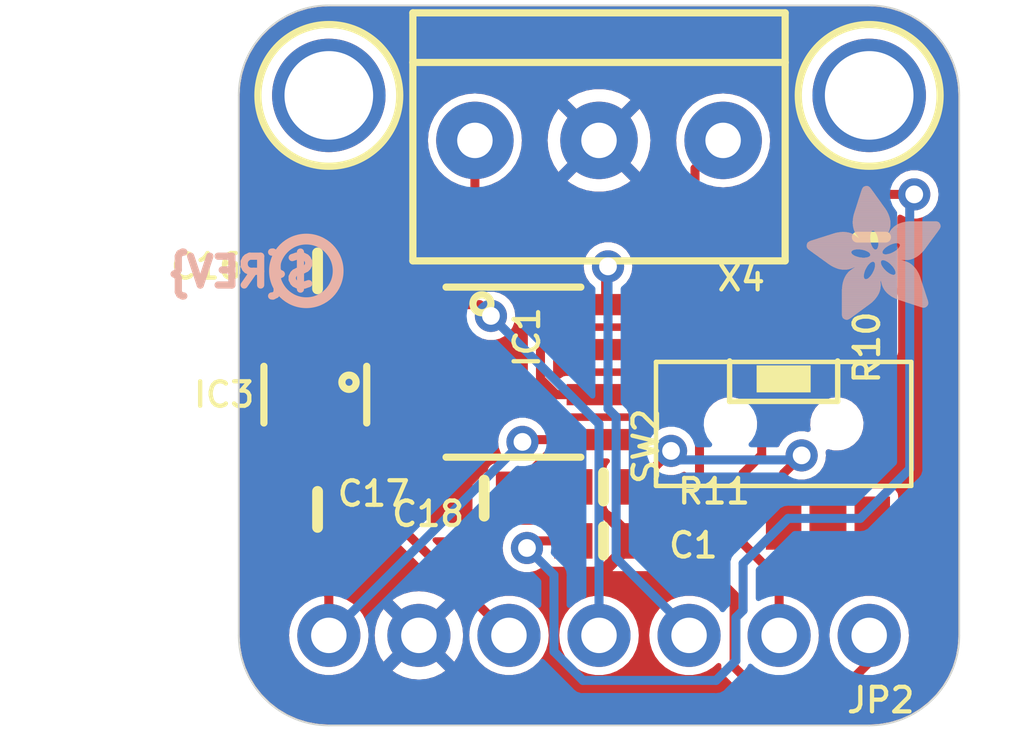
<source format=kicad_pcb>
(kicad_pcb (version 20221018) (generator pcbnew)
  (layers (0 "F.Cu" signal) (31 "B.Cu" signal) (34 "B.Paste" user) (35 "F.Paste" user) (36 "B.SilkS" user "B.Silkscreen") (37 "F.SilkS" user "F.Silkscreen") (38 "B.Mask" user) (39 "F.Mask" user) (44 "Edge.Cuts" user))
  (net 0 "")
  (net 1 "GND")
  (net 2 "CAN1_TX")
  (net 3 "CAN1_RX")
  (net 4 "CAN1_S")
  (net 5 "N$8")
  (net 6 "N$9")
  (net 7 "5.0V")
  (net 8 "CAN_H")
  (net 9 "CAN_L")
  (net 10 "N$13")
  (net 11 "VCC")
  (net 12 "N$1")
  (net 13 "N$3")
  (footprint "working:1X07_ROUND_70" (layer "F.Cu") (at 148.5011 112.6236 180)
    (fp_text reference "JP2" (at -8.9662 -1.8288) (layer "F.SilkS") (effects (font (size 0.692831 0.692831) (thickness 0.119969)) (justify right)))
    (fp_text value "")
    (pad "1" thru_hole circle (at -7.62 0 270) (size 1.778 1.778) (drill 1) (layers "*.Cu" "*.Mask") (net 9 "CAN_L"))
    (pad "2" thru_hole circle (at -5.08 0 270) (size 1.778 1.778) (drill 1) (layers "*.Cu" "*.Mask") (net 8 "CAN_H"))
    (pad "3" thru_hole circle (at -2.54 0 270) (size 1.778 1.778) (drill 1) (layers "*.Cu" "*.Mask") (net 4 "CAN1_S"))
    (pad "4" thru_hole circle (at 0 0 270) (size 1.778 1.778) (drill 1) (layers "*.Cu" "*.Mask") (net 2 "CAN1_TX"))
    (pad "5" thru_hole circle (at 2.54 0 270) (size 1.778 1.778) (drill 1) (layers "*.Cu" "*.Mask") (net 3 "CAN1_RX"))
    (pad "6" thru_hole circle (at 5.08 0 270) (size 1.778 1.778) (drill 1) (layers "*.Cu" "*.Mask") (net 1 "GND"))
    (pad "7" thru_hole circle (at 7.62 0 270) (size 1.778 1.778) (drill 1) (layers "*.Cu" "*.Mask") (net 11 "VCC"))
  )
  (footprint "working:PLABEL6" (layer "F.Cu") (at 156.3751 110.9726)
    (fp_text reference "PLABEL6" hide)
    (fp_text value "" hide)
  )
  (footprint "working:PLABEL3" (layer "F.Cu") (at 148.5011 114.2746)
    (fp_text reference "PLABEL3" hide)
    (fp_text value "" hide)
  )
  (footprint "working:SOIC8_150MIL" (layer "F.Cu") (at 146.0881 105.1941 -90)
    (fp_text reference "IC1" (at -1.905 -0.381 90) (layer "F.SilkS") (effects (font (size 0.692831 0.692831) (thickness 0.119969)) (justify right)))
    (fp_text value "TJA1051T/3")
    (pad "1" smd rect (at -1.905 2.6 270) (size 0.6 2.2) (layers "F.Cu" "F.Paste" "F.Mask") (net 2 "CAN1_TX"))
    (pad "2" smd rect (at -0.635 2.6 270) (size 0.6 2.2) (layers "F.Cu" "F.Paste" "F.Mask") (net 1 "GND"))
    (pad "3" smd rect (at 0.635 2.6 270) (size 0.6 2.2) (layers "F.Cu" "F.Paste" "F.Mask") (net 7 "5.0V"))
    (pad "4" smd rect (at 1.905 2.6 270) (size 0.6 2.2) (layers "F.Cu" "F.Paste" "F.Mask") (net 3 "CAN1_RX"))
    (pad "5" smd rect (at 1.905 -2.6 270) (size 0.6 2.2) (layers "F.Cu" "F.Paste" "F.Mask") (net 11 "VCC"))
    (pad "6" smd rect (at 0.635 -2.6 270) (size 0.6 2.2) (layers "F.Cu" "F.Paste" "F.Mask") (net 9 "CAN_L"))
    (pad "7" smd rect (at -0.635 -2.6 270) (size 0.6 2.2) (layers "F.Cu" "F.Paste" "F.Mask") (net 8 "CAN_H"))
    (pad "8" smd rect (at -1.905 -2.6 270) (size 0.6 2.2) (layers "F.Cu" "F.Paste" "F.Mask") (net 4 "CAN1_S"))
  )
  (footprint "working:0805-NO" (layer "F.Cu") (at 145.2626 108.7501 180)
    (fp_text reference "C17" (at 2.032 0.127) (layer "F.SilkS") (effects (font (size 0.692831 0.692831) (thickness 0.119969)) (justify right)))
    (fp_text value "10uF")
    (pad "1" smd rect (at -0.95 0 180) (size 1.24 1.5) (layers "F.Cu" "F.Paste" "F.Mask") (net 11 "VCC"))
    (pad "2" smd rect (at 0.95 0 180) (size 1.24 1.5) (layers "F.Cu" "F.Paste" "F.Mask") (net 1 "GND"))
  )
  (footprint "working:0805_10MGAP" (layer "F.Cu") (at 140.5636 109.0676)
    (fp_text reference "C18" (at 2.032 0.127) (layer "F.SilkS") (effects (font (size 0.692831 0.692831) (thickness 0.119969)) (justify left)))
    (fp_text value "1uF")
    (pad "1" smd rect (at -1.05 0) (size 1.2 1.5) (layers "F.Cu" "F.Paste" "F.Mask") (net 6 "N$9"))
    (pad "2" smd rect (at 1.05 0) (size 1.2 1.5) (layers "F.Cu" "F.Paste" "F.Mask") (net 5 "N$8"))
  )
  (footprint "working:MOUNTINGHOLE_2.5_PLATED" (layer "F.Cu") (at 140.8811 97.3836)
    (fp_text reference "U$2" hide)
    (fp_text value "MOUNTINGHOLE2.5" hide)
    (pad "P$1" thru_hole circle (at 0 0) (size 3.2 3.2) (drill 2.5) (layers "*.Cu" "*.Mask"))
    (zone (net 0) (net_name "") (layer "F.Cu") (connect_pads (clearance 0)) (min_thickness 0.25)
      (keepout (tracks not_allowed) (vias not_allowed) (pads not_allowed) (copperpour not_allowed) (footprints allowed))
      (fill (thermal_gap 0.5) (thermal_bridge_width 0.5))
      (polygon (pts (xy 142.8971 97.3836) (xy 142.87748 97.103027) (xy 142.819004 96.827915) (xy 142.722808 96.563619) (xy 142.590765 96.315283) (xy 142.425446 96.08774) (xy 142.230067 95.88542) (xy 142.008433 95.71226) (xy 141.764856 95.571631) (xy 141.504078 95.46627) (xy 141.231175 95.398228) (xy 140.951457 95.368828) (xy 140.670371 95.378644) (xy 140.393385 95.427484) (xy 140.125893 95.514397) (xy 139.8731 95.637693) (xy 139.639926 95.79497) (xy 139.430911 95.983169) (xy 139.250122 96.198625) (xy 139.101078 96.437145) (xy 138.98668 96.694087) (xy 138.909154 96.96445) (xy 138.870011 97.242971) (xy 138.870011 97.524229) (xy 138.909154 97.80275) (xy 138.98668 98.073113) (xy 139.101078 98.330055) (xy 139.250122 98.568575) (xy 139.430911 98.784031) (xy 139.639926 98.97223) (xy 139.8731 99.129507) (xy 140.125893 99.252803) (xy 140.393385 99.339716) (xy 140.670371 99.388556) (xy 140.951457 99.398372) (xy 141.231175 99.368972) (xy 141.504078 99.30093) (xy 141.764856 99.195569) (xy 142.008433 99.05494) (xy 142.230067 98.88178) (xy 142.425446 98.67946) (xy 142.590765 98.451917) (xy 142.722808 98.203581) (xy 142.819004 97.939285) (xy 142.87748 97.664173)))
      (polygon (pts (xy 140.8651 97.3836) (xy 140.869786 97.394914) (xy 140.8811 97.3996) (xy 140.892414 97.394914) (xy 140.8971 97.3836) (xy 140.892414 97.372286) (xy 140.8811 97.3676) (xy 140.869786 97.372286)))
    )
    (zone (net 0) (net_name "") (layer "B.Cu") (connect_pads (clearance 0)) (min_thickness 0.25)
      (keepout (tracks not_allowed) (vias not_allowed) (pads not_allowed) (copperpour not_allowed) (footprints allowed))
      (fill (thermal_gap 0.5) (thermal_bridge_width 0.5))
      (polygon (pts (xy 142.8971 97.3836) (xy 142.87748 97.103027) (xy 142.819004 96.827915) (xy 142.722808 96.563619) (xy 142.590765 96.315283) (xy 142.425446 96.08774) (xy 142.230067 95.88542) (xy 142.008433 95.71226) (xy 141.764856 95.571631) (xy 141.504078 95.46627) (xy 141.231175 95.398228) (xy 140.951457 95.368828) (xy 140.670371 95.378644) (xy 140.393385 95.427484) (xy 140.125893 95.514397) (xy 139.8731 95.637693) (xy 139.639926 95.79497) (xy 139.430911 95.983169) (xy 139.250122 96.198625) (xy 139.101078 96.437145) (xy 138.98668 96.694087) (xy 138.909154 96.96445) (xy 138.870011 97.242971) (xy 138.870011 97.524229) (xy 138.909154 97.80275) (xy 138.98668 98.073113) (xy 139.101078 98.330055) (xy 139.250122 98.568575) (xy 139.430911 98.784031) (xy 139.639926 98.97223) (xy 139.8731 99.129507) (xy 140.125893 99.252803) (xy 140.393385 99.339716) (xy 140.670371 99.388556) (xy 140.951457 99.398372) (xy 141.231175 99.368972) (xy 141.504078 99.30093) (xy 141.764856 99.195569) (xy 142.008433 99.05494) (xy 142.230067 98.88178) (xy 142.425446 98.67946) (xy 142.590765 98.451917) (xy 142.722808 98.203581) (xy 142.819004 97.939285) (xy 142.87748 97.664173)))
      (polygon (pts (xy 140.8651 97.3836) (xy 140.869786 97.394914) (xy 140.8811 97.3996) (xy 140.892414 97.394914) (xy 140.8971 97.3836) (xy 140.892414 97.372286) (xy 140.8811 97.3676) (xy 140.869786 97.372286)))
    )
  )
  (footprint "working:PLABEL2" (layer "F.Cu") (at 145.9611 110.9726)
    (fp_text reference "PLABEL2" hide)
    (fp_text value "" hide)
  )
  (footprint "working:0603-NO" (layer "F.Cu") (at 148.6281 108.4326)
    (fp_text reference "R11" (at 2.032 0.127) (layer "F.SilkS") (effects (font (size 0.692831 0.692831) (thickness 0.119969)) (justify left)))
    (fp_text value "60 ohm")
    (pad "1" smd rect (at -0.85 0) (size 1.075 1) (layers "F.Cu" "F.Paste" "F.Mask") (net 10 "N$13"))
    (pad "2" smd rect (at 0.85 0) (size 1.075 1) (layers "F.Cu" "F.Paste" "F.Mask") (net 13 "N$3"))
  )
  (footprint "working:PLABEL0" (layer "F.Cu") (at 141.0081 110.9726)
    (fp_text reference "PLABEL0" hide)
    (fp_text value "" hide)
  )
  (footprint "working:0603-NO" (layer "F.Cu") (at 156.1846 101.3841 -90)
    (fp_text reference "R10" (at 2.032 0.127 90) (layer "F.SilkS") (effects (font (size 0.692831 0.692831) (thickness 0.119969)) (justify right)))
    (fp_text value "60 ohm")
    (pad "1" smd rect (at -0.85 0 270) (size 1.075 1) (layers "F.Cu" "F.Paste" "F.Mask") (net 10 "N$13"))
    (pad "2" smd rect (at 0.85 0 270) (size 1.075 1) (layers "F.Cu" "F.Paste" "F.Mask") (net 12 "N$1"))
  )
  (footprint "working:PLABEL4" (layer "F.Cu") (at 151.1681 111.0996)
    (fp_text reference "PLABEL4" hide)
    (fp_text value "" hide)
  )
  (footprint "working:PLABEL7" (layer "F.Cu") (at 152.9461 104.4956 90)
    (fp_text reference "PLABEL7" hide)
    (fp_text value "" hide)
  )
  (footprint "working:0603-NO" (layer "F.Cu") (at 148.6281 109.9566)
    (fp_text reference "C1" (at 1.778 0.127) (layer "F.SilkS") (effects (font (size 0.692831 0.692831) (thickness 0.119969)) (justify left)))
    (fp_text value "4.7nF")
    (pad "1" smd rect (at -0.85 0) (size 1.075 1) (layers "F.Cu" "F.Paste" "F.Mask") (net 10 "N$13"))
    (pad "2" smd rect (at 0.85 0) (size 1.075 1) (layers "F.Cu" "F.Paste" "F.Mask") (net 1 "GND"))
  )
  (footprint "working:PLABEL11" (layer "F.Cu") (at 158.4071 109.9566 90)
    (fp_text reference "PLABEL11" hide)
    (fp_text value "" hide)
  )
  (footprint "working:SOT23-6" (layer "F.Cu") (at 140.5001 105.8291 180)
    (fp_text reference "IC3" (at 1.651 0) (layer "F.SilkS") (effects (font (size 0.692831 0.692831) (thickness 0.119969)) (justify right)))
    (fp_text value "AP3602")
    (pad "1" smd rect (at -0.95 1.3 180) (size 0.55 1.2) (layers "F.Cu" "F.Paste" "F.Mask") (net 7 "5.0V"))
    (pad "2" smd rect (at 0 1.3 180) (size 0.55 1.2) (layers "F.Cu" "F.Paste" "F.Mask") (net 1 "GND"))
    (pad "3" smd rect (at 0.95 1.3 180) (size 0.55 1.2) (layers "F.Cu" "F.Paste" "F.Mask") (net 11 "VCC"))
    (pad "4" smd rect (at 0.95 -1.3 180) (size 0.55 1.2) (layers "F.Cu" "F.Paste" "F.Mask") (net 6 "N$9"))
    (pad "5" smd rect (at 0 -1.3 180) (size 0.55 1.2) (layers "F.Cu" "F.Paste" "F.Mask") (net 11 "VCC"))
    (pad "6" smd rect (at -0.95 -1.3 180) (size 0.55 1.2) (layers "F.Cu" "F.Paste" "F.Mask") (net 5 "N$8"))
  )
  (footprint "working:EG1390" (layer "F.Cu") (at 153.7081 106.6546)
    (fp_text reference "SW2" (at -3.886 1.764 90) (layer "F.SilkS") (effects (font (size 0.692831 0.692831) (thickness 0.119969)) (justify left)))
    (fp_text value "EG1390")
    (pad "" np_thru_hole circle (at -1.5 0) (size 1 1) (drill 1) (layers "*.Cu" "*.Mask"))
    (pad "" np_thru_hole circle (at 1.5 0) (size 1 1) (drill 1) (layers "*.Cu" "*.Mask"))
    (pad "O1" smd rect (at -2.5 -2.8) (size 1 1.5) (layers "F.Cu" "F.Paste" "F.Mask") (net 8 "CAN_H"))
    (pad "O2" smd rect (at -2.5 2.8) (size 1 1.5) (layers "F.Cu" "F.Paste" "F.Mask") (net 9 "CAN_L"))
    (pad "P1" smd rect (at 0 -2.8) (size 1 1.5) (layers "F.Cu" "F.Paste" "F.Mask") (net 12 "N$1"))
    (pad "P2" smd rect (at 0 2.8) (size 1 1.5) (layers "F.Cu" "F.Paste" "F.Mask") (net 13 "N$3"))
    (pad "S1" smd rect (at 2.5 -2.8) (size 1 1.5) (layers "F.Cu" "F.Paste" "F.Mask"))
    (pad "S2" smd rect (at 2.5 2.8) (size 1 1.5) (layers "F.Cu" "F.Paste" "F.Mask"))
  )
  (footprint "working:0805-NO" (layer "F.Cu") (at 140.5636 102.3366 180)
    (fp_text reference "C16" (at 2.032 0.127) (layer "F.SilkS") (effects (font (size 0.692831 0.692831) (thickness 0.119969)) (justify right)))
    (fp_text value "10uF")
    (pad "1" smd rect (at -0.95 0 180) (size 1.24 1.5) (layers "F.Cu" "F.Paste" "F.Mask") (net 7 "5.0V"))
    (pad "2" smd rect (at 0.95 0 180) (size 1.24 1.5) (layers "F.Cu" "F.Paste" "F.Mask") (net 1 "GND"))
  )
  (footprint "working:PLABEL10" (layer "F.Cu") (at 141.6431 101.1936)
    (fp_text reference "PLABEL10" hide)
    (fp_text value "" hide)
  )
  (footprint "working:MOUNTINGHOLE_2.5_PLATED" (layer "F.Cu") (at 156.1211 97.3836)
    (fp_text reference "U$3" hide)
    (fp_text value "MOUNTINGHOLE2.5" hide)
    (pad "P$1" thru_hole circle (at 0 0) (size 3.2 3.2) (drill 2.5) (layers "*.Cu" "*.Mask"))
    (zone (net 0) (net_name "") (layer "F.Cu") (connect_pads (clearance 0)) (min_thickness 0.25)
      (keepout (tracks not_allowed) (vias not_allowed) (pads not_allowed) (copperpour not_allowed) (footprints allowed))
      (fill (thermal_gap 0.5) (thermal_bridge_width 0.5))
      (polygon (pts (xy 158.1371 97.3836) (xy 158.11748 97.103027) (xy 158.059004 96.827915) (xy 157.962808 96.563619) (xy 157.830765 96.315283) (xy 157.665446 96.08774) (xy 157.470067 95.88542) (xy 157.248433 95.71226) (xy 157.004856 95.571631) (xy 156.744078 95.46627) (xy 156.471175 95.398228) (xy 156.191457 95.368828) (xy 155.910371 95.378644) (xy 155.633385 95.427484) (xy 155.365893 95.514397) (xy 155.1131 95.637693) (xy 154.879926 95.79497) (xy 154.670911 95.983169) (xy 154.490122 96.198625) (xy 154.341078 96.437145) (xy 154.22668 96.694087) (xy 154.149154 96.96445) (xy 154.110011 97.242971) (xy 154.110011 97.524229) (xy 154.149154 97.80275) (xy 154.22668 98.073113) (xy 154.341078 98.330055) (xy 154.490122 98.568575) (xy 154.670911 98.784031) (xy 154.879926 98.97223) (xy 155.1131 99.129507) (xy 155.365893 99.252803) (xy 155.633385 99.339716) (xy 155.910371 99.388556) (xy 156.191457 99.398372) (xy 156.471175 99.368972) (xy 156.744078 99.30093) (xy 157.004856 99.195569) (xy 157.248433 99.05494) (xy 157.470067 98.88178) (xy 157.665446 98.67946) (xy 157.830765 98.451917) (xy 157.962808 98.203581) (xy 158.059004 97.939285) (xy 158.11748 97.664173)))
      (polygon (pts (xy 156.1051 97.3836) (xy 156.109786 97.394914) (xy 156.1211 97.3996) (xy 156.132414 97.394914) (xy 156.1371 97.3836) (xy 156.132414 97.372286) (xy 156.1211 97.3676) (xy 156.109786 97.372286)))
    )
    (zone (net 0) (net_name "") (layer "B.Cu") (connect_pads (clearance 0)) (min_thickness 0.25)
      (keepout (tracks not_allowed) (vias not_allowed) (pads not_allowed) (copperpour not_allowed) (footprints allowed))
      (fill (thermal_gap 0.5) (thermal_bridge_width 0.5))
      (polygon (pts (xy 158.1371 97.3836) (xy 158.11748 97.103027) (xy 158.059004 96.827915) (xy 157.962808 96.563619) (xy 157.830765 96.315283) (xy 157.665446 96.08774) (xy 157.470067 95.88542) (xy 157.248433 95.71226) (xy 157.004856 95.571631) (xy 156.744078 95.46627) (xy 156.471175 95.398228) (xy 156.191457 95.368828) (xy 155.910371 95.378644) (xy 155.633385 95.427484) (xy 155.365893 95.514397) (xy 155.1131 95.637693) (xy 154.879926 95.79497) (xy 154.670911 95.983169) (xy 154.490122 96.198625) (xy 154.341078 96.437145) (xy 154.22668 96.694087) (xy 154.149154 96.96445) (xy 154.110011 97.242971) (xy 154.110011 97.524229) (xy 154.149154 97.80275) (xy 154.22668 98.073113) (xy 154.341078 98.330055) (xy 154.490122 98.568575) (xy 154.670911 98.784031) (xy 154.879926 98.97223) (xy 155.1131 99.129507) (xy 155.365893 99.252803) (xy 155.633385 99.339716) (xy 155.910371 99.388556) (xy 156.191457 99.398372) (xy 156.471175 99.368972) (xy 156.744078 99.30093) (xy 157.004856 99.195569) (xy 157.248433 99.05494) (xy 157.470067 98.88178) (xy 157.665446 98.67946) (xy 157.830765 98.451917) (xy 157.962808 98.203581) (xy 158.059004 97.939285) (xy 158.11748 97.664173)))
      (polygon (pts (xy 156.1051 97.3836) (xy 156.109786 97.394914) (xy 156.1211 97.3996) (xy 156.132414 97.394914) (xy 156.1371 97.3836) (xy 156.132414 97.372286) (xy 156.1211 97.3676) (xy 156.109786 97.372286)))
    )
  )
  (footprint "working:TERMBLOCK_1X3-3.5MM" (layer "F.Cu") (at 148.5011 98.6536 180)
    (fp_text reference "X4" (at -4.75 -3.89) (layer "F.SilkS") (effects (font (size 0.692831 0.692831) (thickness 0.119969)) (justify right)))
    (fp_text value "3.5mm Terminal")
    (pad "1" thru_hole circle (at 3.5 0 180) (size 2.1844 2.1844) (drill 1) (layers "*.Cu" "*.Mask") (net 9 "CAN_L"))
    (pad "2" thru_hole circle (at 0 0 180) (size 2.1844 2.1844) (drill 1) (layers "*.Cu" "*.Mask") (net 1 "GND"))
    (pad "3" thru_hole circle (at -3.5 0 180) (size 2.1844 2.1844) (drill 1) (layers "*.Cu" "*.Mask") (net 8 "CAN_H"))
  )
  (footprint "working:PLABEL8" (layer "F.Cu") (at 155.4861 104.4956 90)
    (fp_text reference "PLABEL8" hide)
    (fp_text value "" hide)
  )
  (footprint "working:PLABEL5" (layer "F.Cu") (at 153.7081 114.2746)
    (fp_text reference "PLABEL5" hide)
    (fp_text value "" hide)
  )
  (footprint "working:PLABEL1" (layer "F.Cu") (at 143.4211 114.2746)
    (fp_text reference "PLABEL1" hide)
    (fp_text value "" hide)
  )
  (footprint "working:PLABEL9" (layer "F.Cu") (at 154.0891 101.3206)
    (fp_text reference "PLABEL9" hide)
    (fp_text value "" hide)
  )
  (footprint "working:PLABEL14" (layer "B.Cu") (at 145.1991 106.0196 180)
    (fp_text reference "PLABEL14" hide)
    (fp_text value "" hide)
  )
  (footprint "working:PLABEL12" (layer "B.Cu") (at 148.5011 102.4636 180)
    (fp_text reference "PLABEL12" hide)
    (fp_text value "" hide)
  )
  (footprint "working:PLABEL13" (layer "B.Cu") (at 148.3741 109.5756 180)
    (fp_text reference "PLABEL13" hide)
    (fp_text value "" hide)
  )
  (footprint "working:ADAFRUIT_3.5MM" (layer "B.Cu") (at 158.1531 103.7336 180)
    (fp_text reference "U$6" hide)
    (fp_text value "" hide)
  )
  (footprint "working:PCBFEAT-REV-040" (layer "B.Cu") (at 140.2461 102.3366 180)
    (fp_text reference "U$7" hide)
    (fp_text value "" hide)
    (fp_text user "${REV}" (at -0.3556 -0.508) (layer "B.SilkS") (effects (font (size 0.8128 0.8128) (thickness 0.2032)) (justify left bottom mirror)))
  )
  (gr_arc (start 140.8811 115.1636) (mid 139.085049 114.419651) (end 138.3411 112.6236) (stroke (width 0.05)) (layer "Edge.Cuts"))
  (gr_line (start 138.3411 97.3836) (end 138.3411 112.6236) (stroke (width 0.05)) (layer "Edge.Cuts"))
  (gr_arc (start 156.1211 94.8436) (mid 157.917151 95.587549) (end 158.6611 97.3836) (stroke (width 0.05)) (layer "Edge.Cuts"))
  (gr_line (start 140.8811 115.1636) (end 156.1211 115.1636) (stroke (width 0.05)) (layer "Edge.Cuts"))
  (gr_arc (start 158.6611 112.6236) (mid 157.917151 114.419651) (end 156.1211 115.1636) (stroke (width 0.05)) (layer "Edge.Cuts"))
  (gr_line (start 156.1211 94.8436) (end 140.8811 94.8436) (stroke (width 0.05)) (layer "Edge.Cuts"))
  (gr_line (start 158.6611 112.6236) (end 158.6611 97.3836) (stroke (width 0.05)) (layer "Edge.Cuts"))
  (gr_arc (start 138.3411 97.3836) (mid 139.085049 95.587549) (end 140.8811 94.8436) (stroke (width 0.05)) (layer "Edge.Cuts"))
  (segment (start 145.4531 103.6066) (end 145.1356 103.2891) (width 0.254) (layer "F.Cu") (net 2))
  (segment (start 145.1356 103.2891) (end 143.4881 103.2891) (width 0.254) (layer "F.Cu") (net 2))
  (via (at 145.4531 103.6066) (size 0.9064) (drill 0.5) (layers "F.Cu" "B.Cu") (net 2))
  (segment (start 145.4531 103.6066) (end 148.5011 106.6546) (width 0.254) (layer "B.Cu") (net 2))
  (segment (start 148.5011 106.6546) (end 148.5011 112.6236) (width 0.254) (layer "B.Cu") (net 2))
  (segment (start 143.1071 109.7696) (end 145.9611 112.6236) (width 0.254) (layer "F.Cu") (net 3))
  (segment (start 143.4881 107.0991) (end 143.1071 107.4801) (width 0.254) (layer "F.Cu") (net 3))
  (segment (start 143.1071 107.4801) (end 143.1071 109.7696) (width 0.254) (layer "F.Cu") (net 3))
  (segment (start 148.6881 103.2891) (end 148.6881 102.2766) (width 0.254) (layer "F.Cu") (net 4))
  (segment (start 148.6881 102.2766) (end 148.7551 102.2096) (width 0.254) (layer "F.Cu") (net 4))
  (via (at 148.7551 102.2096) (size 0.9064) (drill 0.5) (layers "F.Cu" "B.Cu") (net 4))
  (segment (start 148.9837 106.4547) (end 148.9837 110.4392) (width 0.254) (layer "B.Cu") (net 4))
  (segment (start 148.7551 102.2096) (end 148.7551 106.2261) (width 0.254) (layer "B.Cu") (net 4))
  (segment (start 148.9837 110.4392) (end 151.0411 112.4966) (width 0.254) (layer "B.Cu") (net 4))
  (segment (start 151.0411 112.4966) (end 151.0411 112.6236) (width 0.254) (layer "B.Cu") (net 4))
  (segment (start 148.7551 106.2261) (end 148.9837 106.4547) (width 0.254) (layer "B.Cu") (net 4))
  (segment (start 141.4501 107.1291) (end 141.4501 108.9041) (width 0.254) (layer "F.Cu") (net 5))
  (segment (start 141.4501 108.9041) (end 141.6136 109.0676) (width 0.254) (layer "F.Cu") (net 5))
  (segment (start 139.5501 109.0311) (end 139.5136 109.0676) (width 0.254) (layer "F.Cu") (net 6))
  (segment (start 139.5501 107.1291) (end 139.5501 109.0311) (width 0.254) (layer "F.Cu") (net 6))
  (segment (start 141.4501 104.5291) (end 141.4501 102.4001) (width 0.254) (layer "F.Cu") (net 7))
  (segment (start 141.4501 102.4001) (end 141.5136 102.3366) (width 0.254) (layer "F.Cu") (net 7))
  (segment (start 141.9606 105.8291) (end 141.4501 105.3186) (width 0.254) (layer "F.Cu") (net 7))
  (segment (start 143.4881 105.8291) (end 141.9606 105.8291) (width 0.254) (layer "F.Cu") (net 7))
  (segment (start 141.4501 105.3186) (end 141.4501 104.5291) (width 0.254) (layer "F.Cu") (net 7))
  (segment (start 148.6881 104.5591) (end 150.5036 104.5591) (width 0.254) (layer "F.Cu") (net 8))
  (segment (start 151.2081 103.8546) (end 153.0891 105.7356) (width 0.254) (layer "F.Cu") (net 8))
  (segment (start 151.2081 99.4466) (end 152.0011 98.6536) (width 0.254) (layer "F.Cu") (net 8))
  (segment (start 153.0891 105.7356) (end 153.0891 107.5276) (width 0.254) (layer "F.Cu") (net 8))
  (segment (start 152.5651 108.0516) (end 152.5651 110.0361) (width 0.254) (layer "F.Cu") (net 8))
  (segment (start 153.5811 111.0521) (end 152.5651 110.0361) (width 0.254) (layer "F.Cu") (net 8))
  (segment (start 150.5036 104.5591) (end 151.2081 103.8546) (width 0.254) (layer "F.Cu") (net 8))
  (segment (start 153.0891 107.5276) (end 152.5651 108.0516) (width 0.254) (layer "F.Cu") (net 8))
  (segment (start 153.5811 111.0521) (end 153.5811 112.6236) (width 0.254) (layer "F.Cu") (net 8))
  (segment (start 151.2081 103.8546) (end 151.2081 99.4466) (width 0.254) (layer "F.Cu") (net 8))
  (segment (start 152.3111 113.5126) (end 152.6921 113.8936) (width 0.254) (layer "F.Cu") (net 9))
  (segment (start 155.6131 113.8936) (end 156.1211 113.3856) (width 0.254) (layer "F.Cu") (net 9))
  (segment (start 148.6881 105.8291) (end 150.2156 105.8291) (width 0.254) (layer "F.Cu") (net 9))
  (segment (start 152.3111 111.4806) (end 152.3111 113.5126) (width 0.254) (layer "F.Cu") (net 9))
  (segment (start 151.3351 106.9486) (end 151.3351 109.3276) (width 0.254) (layer "F.Cu") (net 9))
  (segment (start 146.8501 105.3846) (end 147.2946 105.8291) (width 0.254) (layer "F.Cu") (net 9))
  (segment (start 146.8501 102.2096) (end 146.8501 105.3846) (width 0.254) (layer "F.Cu") (net 9))
  (segment (start 151.2081 109.4546) (end 151.2081 110.3776) (width 0.254) (layer "F.Cu") (net 9))
  (segment (start 147.2946 105.8291) (end 148.6881 105.8291) (width 0.254) (layer "F.Cu") (net 9))
  (segment (start 151.3351 109.3276) (end 151.2081 109.4546) (width 0.254) (layer "F.Cu") (net 9))
  (segment (start 145.0011 98.6536) (end 145.0011 100.3606) (width 0.254) (layer "F.Cu") (net 9))
  (segment (start 152.6921 113.8936) (end 155.6131 113.8936) (width 0.254) (layer "F.Cu") (net 9))
  (segment (start 156.1211 113.3856) (end 156.1211 112.6236) (width 0.254) (layer "F.Cu") (net 9))
  (segment (start 151.2081 110.3776) (end 152.3111 111.4806) (width 0.254) (layer "F.Cu") (net 9))
  (segment (start 145.0011 100.3606) (end 146.8501 102.2096) (width 0.254) (layer "F.Cu") (net 9))
  (segment (start 150.2156 105.8291) (end 151.3351 106.9486) (width 0.254) (layer "F.Cu") (net 9))
  (segment (start 147.7781 109.9566) (end 146.669 109.9566) (width 0.254) (layer "F.Cu") (net 10))
  (segment (start 147.7781 108.4326) (end 147.7781 109.9566) (width 0.254) (layer "F.Cu") (net 10))
  (segment (start 156.5411 100.1776) (end 156.1846 100.5341) (width 0.254) (layer "F.Cu") (net 10))
  (segment (start 146.669 109.9566) (end 146.4691 110.1565) (width 0.254) (layer "F.Cu") (net 10))
  (segment (start 157.3911 100.1776) (end 156.5411 100.1776) (width 0.254) (layer "F.Cu") (net 10))
  (via (at 157.3911 100.1776) (size 0.9064) (drill 0.5) (layers "F.Cu" "B.Cu") (net 10))
  (via (at 146.4691 110.1565) (size 0.9064) (drill 0.5) (layers "F.Cu" "B.Cu") (net 10))
  (segment (start 152.5651 111.915388) (end 152.5651 110.5916) (width 0.254) (layer "B.Cu") (net 10))
  (segment (start 152.3619 113.3348) (end 152.3619 112.118588) (width 0.254) (layer "B.Cu") (net 10))
  (segment (start 152.3619 112.118588) (end 152.5651 111.915388) (width 0.254) (layer "B.Cu") (net 10))
  (segment (start 148.046887 113.8936) (end 151.8031 113.8936) (width 0.254) (layer "B.Cu") (net 10))
  (segment (start 151.8031 113.8936) (end 152.3619 113.3348) (width 0.254) (layer "B.Cu") (net 10))
  (segment (start 147.2311 110.9185) (end 147.2311 113.077813) (width 0.254) (layer "B.Cu") (net 10))
  (segment (start 157.2641 107.9246) (end 157.2641 100.3046) (width 0.254) (layer "B.Cu") (net 10))
  (segment (start 146.4691 110.1565) (end 147.2311 110.9185) (width 0.254) (layer "B.Cu") (net 10))
  (segment (start 147.2311 113.077813) (end 148.046887 113.8936) (width 0.254) (layer "B.Cu") (net 10))
  (segment (start 157.2641 100.3046) (end 157.3911 100.1776) (width 0.254) (layer "B.Cu") (net 10))
  (segment (start 152.5651 110.5916) (end 153.8351 109.3216) (width 0.254) (layer "B.Cu") (net 10))
  (segment (start 153.8351 109.3216) (end 155.8671 109.3216) (width 0.254) (layer "B.Cu") (net 10))
  (segment (start 155.8671 109.3216) (end 157.2641 107.9246) (width 0.254) (layer "B.Cu") (net 10))
  (segment (start 140.8811 111.4806) (end 140.8811 112.6236) (width 0.254) (layer "F.Cu") (net 11))
  (segment (start 146.2126 108.7501) (end 146.2126 108.3691) (width 0.254) (layer "F.Cu") (net 11))
  (segment (start 147.4826 107.0991) (end 148.6881 107.0991) (width 0.254) (layer "F.Cu") (net 11))
  (segment (start 147.4826 107.0991) (end 146.2126 108.3691) (width 0.254) (layer "F.Cu") (net 11))
  (segment (start 140.5001 111.0996) (end 140.8811 111.4806) (width 0.254) (layer "F.Cu") (net 11))
  (segment (start 146.4056 107.0991) (end 146.3421 107.1626) (width 0.254) (layer "F.Cu") (net 11))
  (segment (start 139.5501 105.5776) (end 140.5001 106.5276) (width 0.254) (layer "F.Cu") (net 11))
  (segment (start 139.5501 104.5291) (end 139.5501 105.5776) (width 0.254) (layer "F.Cu") (net 11))
  (segment (start 148.6881 107.0991) (end 146.4056 107.0991) (width 0.254) (layer "F.Cu") (net 11))
  (segment (start 140.5001 106.5276) (end 140.5001 107.1291) (width 0.254) (layer "F.Cu") (net 11))
  (segment (start 140.5001 107.1291) (end 140.5001 111.0996) (width 0.254) (layer "F.Cu") (net 11))
  (via (at 146.3421 107.1626) (size 0.9064) (drill 0.5) (layers "F.Cu" "B.Cu") (net 11))
  (segment (start 146.3421 107.1626) (end 140.8811 112.6236) (width 0.254) (layer "B.Cu") (net 11))
  (segment (start 153.7081 103.8546) (end 153.7081 103.4736) (width 0.254) (layer "F.Cu") (net 12))
  (segment (start 156.1846 102.2341) (end 154.9476 102.2341) (width 0.254) (layer "F.Cu") (net 12))
  (segment (start 154.9476 102.2341) (end 153.7081 103.4736) (width 0.254) (layer "F.Cu") (net 12))
  (segment (start 154.2161 107.5436) (end 153.7081 108.0516) (width 0.254) (layer "F.Cu") (net 13))
  (segment (start 149.4781 108.4326) (end 149.538825 108.410875) (width 0.254) (layer "F.Cu") (net 13))
  (segment (start 150.5331 107.4166) (end 149.538825 108.410875) (width 0.254) (layer "F.Cu") (net 13))
  (segment (start 153.7081 108.0516) (end 153.7081 109.4546) (width 0.254) (layer "F.Cu") (net 13))
  (via (at 154.2161 107.5436) (size 0.9064) (drill 0.5) (layers "F.Cu" "B.Cu") (net 13))
  (via (at 150.5331 107.4166) (size 0.9064) (drill 0.5) (layers "F.Cu" "B.Cu") (net 13))
  (segment (start 150.7871 107.6706) (end 150.5331 107.4166) (width 0.254) (layer "B.Cu") (net 13))
  (segment (start 154.2161 107.5436) (end 154.0891 107.6706) (width 0.254) (layer "B.Cu") (net 13))
  (segment (start 154.0891 107.6706) (end 150.7871 107.6706) (width 0.254) (layer "B.Cu") (net 13))
  (zone (net 1) (net_name "GND") (layer "F.Cu") (priority 6) (connect_pads (clearance 0.000001)) (min_thickness 0.1524) (fill yes (thermal_gap 0.3548) (thermal_bridge_width 0.3548))
    (polygon (pts (xy 158.8135 115.316) (xy 138.1887 115.316) (xy 138.1887 94.6912) (xy 158.8135 94.6912)))
  )
  (zone (net 1) (net_name "GND") (layer "B.Cu") (priority 6) (connect_pads (clearance 0.000001)) (min_thickness 0.1524) (fill yes (thermal_gap 0.3548) (thermal_bridge_width 0.3548))
    (polygon (pts (xy 158.8135 115.316) (xy 138.1887 115.316) (xy 138.1887 94.6912) (xy 158.8135 94.6912)))
  )
)
</source>
